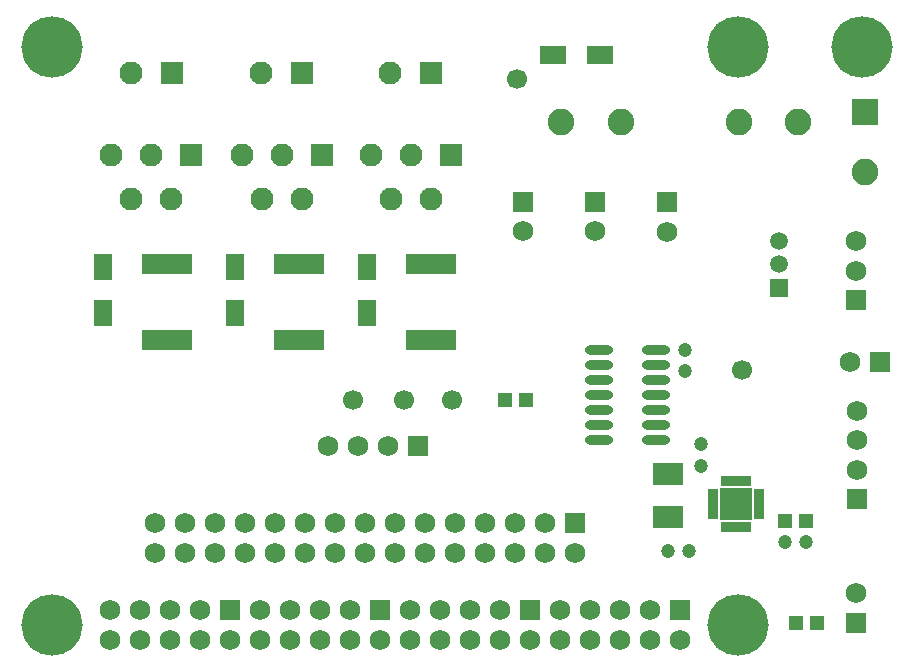
<source format=gts>
%FSLAX25Y25*%
%MOIN*%
G70*
G01*
G75*
G04 Layer_Color=8388736*
%ADD10C,0.00787*%
%ADD11C,0.01575*%
%ADD12C,0.02756*%
%ADD13C,0.03150*%
%ADD14C,0.01969*%
%ADD15C,0.01181*%
%ADD16C,0.03937*%
%ADD17C,0.02362*%
%ADD18C,0.05906*%
%ADD19R,0.03937X0.03937*%
%ADD20O,0.08661X0.02362*%
%ADD21C,0.03937*%
%ADD22R,0.09449X0.06693*%
%ADD23R,0.15748X0.06299*%
%ADD24R,0.07874X0.05512*%
%ADD25R,0.05512X0.07874*%
%ADD26R,0.01181X0.02874*%
%ADD27R,0.02874X0.01181*%
%ADD28R,0.09843X0.09843*%
%ADD29C,0.05906*%
%ADD30R,0.05118X0.05118*%
%ADD31C,0.05118*%
%ADD32R,0.06890X0.06890*%
%ADD33C,0.06890*%
%ADD34C,0.06102*%
%ADD35R,0.06102X0.06102*%
%ADD36R,0.06102X0.06102*%
%ADD37R,0.06102X0.06000*%
%ADD38C,0.19685*%
%ADD39R,0.08071X0.08071*%
%ADD40C,0.08071*%
%ADD41C,0.02756*%
%ADD42C,0.02362*%
%ADD43R,0.10039X0.11614*%
%ADD44R,0.03937X0.03937*%
%ADD45R,0.08976X0.07480*%
%ADD46R,0.02362X0.05512*%
%ADD47R,0.08583X0.06378*%
%ADD48O,0.07008X0.02362*%
%ADD49R,0.07087X0.05906*%
%ADD50C,0.01000*%
%ADD51C,0.00984*%
%ADD52C,0.00591*%
%ADD53C,0.06693*%
%ADD54R,0.04724X0.04724*%
%ADD55O,0.09449X0.03150*%
%ADD56C,0.04724*%
%ADD57R,0.10236X0.07480*%
%ADD58R,0.16535X0.07087*%
%ADD59R,0.08661X0.06299*%
%ADD60R,0.06299X0.08661*%
%ADD61R,0.01969X0.03661*%
%ADD62R,0.03661X0.01969*%
%ADD63R,0.10630X0.10630*%
%ADD64R,0.05906X0.05906*%
%ADD65R,0.07677X0.07677*%
%ADD66C,0.07677*%
%ADD67R,0.06890X0.06890*%
%ADD68R,0.06890X0.06787*%
%ADD69C,0.20472*%
%ADD70R,0.08858X0.08858*%
%ADD71C,0.08858*%
D18*
X256000Y139126D02*
D03*
Y147000D02*
D03*
D32*
X135500Y78500D02*
D03*
X188000Y53000D02*
D03*
X72953Y23779D02*
D03*
X122953D02*
D03*
X222953D02*
D03*
X289500Y106500D02*
D03*
D33*
X105500Y78500D02*
D03*
X115500D02*
D03*
X125500D02*
D03*
X281500Y146843D02*
D03*
Y137000D02*
D03*
X98000Y53000D02*
D03*
Y43000D02*
D03*
X108000Y53000D02*
D03*
Y43000D02*
D03*
X118000Y53000D02*
D03*
Y43000D02*
D03*
X188000D02*
D03*
X178000D02*
D03*
X168000D02*
D03*
X148000D02*
D03*
X158000D02*
D03*
Y53000D02*
D03*
X148000D02*
D03*
X168000D02*
D03*
X178000D02*
D03*
X138000D02*
D03*
Y43000D02*
D03*
X128000D02*
D03*
Y53000D02*
D03*
X88000D02*
D03*
Y43000D02*
D03*
X78000D02*
D03*
Y53000D02*
D03*
X68000Y43000D02*
D03*
Y53000D02*
D03*
X58000Y43000D02*
D03*
Y53000D02*
D03*
X48000Y43000D02*
D03*
Y53000D02*
D03*
X32953Y13780D02*
D03*
Y23779D02*
D03*
X42953Y13780D02*
D03*
Y23779D02*
D03*
X52953Y13780D02*
D03*
Y23779D02*
D03*
X62953Y13780D02*
D03*
Y23779D02*
D03*
X72953Y13780D02*
D03*
X82953Y23779D02*
D03*
Y13780D02*
D03*
X92953Y23779D02*
D03*
Y13780D02*
D03*
X102953Y23779D02*
D03*
Y13780D02*
D03*
X112953Y23779D02*
D03*
Y13780D02*
D03*
X122953D02*
D03*
X132953Y23779D02*
D03*
Y13780D02*
D03*
X142953Y23779D02*
D03*
Y13780D02*
D03*
X152953D02*
D03*
Y23779D02*
D03*
X162953Y13780D02*
D03*
Y23779D02*
D03*
X172953Y13780D02*
D03*
X182953D02*
D03*
Y23779D02*
D03*
X192953Y13780D02*
D03*
Y23779D02*
D03*
X202953Y13780D02*
D03*
X212953D02*
D03*
X202953Y23779D02*
D03*
X212953D02*
D03*
X222953Y13780D02*
D03*
X281500Y29500D02*
D03*
X282000Y90342D02*
D03*
Y80500D02*
D03*
Y70657D02*
D03*
X218500Y150000D02*
D03*
X194500Y150157D02*
D03*
X170500D02*
D03*
X279500Y106500D02*
D03*
D53*
X168500Y201000D02*
D03*
X243500Y104000D02*
D03*
X114000Y94000D02*
D03*
X131000D02*
D03*
X147000D02*
D03*
D54*
X268543Y19500D02*
D03*
X261457D02*
D03*
X171543Y94000D02*
D03*
X164457D02*
D03*
X257957Y53500D02*
D03*
X265043D02*
D03*
D55*
X196051Y110500D02*
D03*
Y105500D02*
D03*
Y100500D02*
D03*
Y95500D02*
D03*
Y90500D02*
D03*
Y85500D02*
D03*
Y80500D02*
D03*
X214949Y110500D02*
D03*
Y105500D02*
D03*
Y100500D02*
D03*
Y95500D02*
D03*
Y90500D02*
D03*
Y85500D02*
D03*
Y80500D02*
D03*
D56*
X224500Y103457D02*
D03*
Y110543D02*
D03*
X257957Y46500D02*
D03*
X265043D02*
D03*
X226043Y43500D02*
D03*
X218957D02*
D03*
X230000Y79043D02*
D03*
Y71957D02*
D03*
D57*
X219000Y54716D02*
D03*
Y69283D02*
D03*
D58*
X140000Y113902D02*
D03*
Y139098D02*
D03*
X96000Y113902D02*
D03*
Y139098D02*
D03*
X52000Y113902D02*
D03*
Y139098D02*
D03*
D59*
X196236Y209000D02*
D03*
X180764D02*
D03*
D60*
X30500Y138236D02*
D03*
Y122764D02*
D03*
X74500Y138236D02*
D03*
Y122764D02*
D03*
X118500Y138236D02*
D03*
Y122764D02*
D03*
D61*
X245500Y66972D02*
D03*
X243531D02*
D03*
X241563D02*
D03*
X239595D02*
D03*
X237626D02*
D03*
Y51500D02*
D03*
X239595D02*
D03*
X241563D02*
D03*
X243531D02*
D03*
X245500D02*
D03*
D62*
X233827Y63173D02*
D03*
Y61205D02*
D03*
Y59236D02*
D03*
Y57268D02*
D03*
Y55299D02*
D03*
X249299D02*
D03*
Y57268D02*
D03*
Y59236D02*
D03*
Y61205D02*
D03*
Y63173D02*
D03*
D63*
X241563Y59236D02*
D03*
D64*
X256000Y131252D02*
D03*
D65*
X53583Y203000D02*
D03*
X60079Y175567D02*
D03*
X103579D02*
D03*
X146579D02*
D03*
X97083Y203031D02*
D03*
X140083D02*
D03*
D66*
X39803Y203000D02*
D03*
X33307Y175567D02*
D03*
X40000Y161000D02*
D03*
X46693Y175567D02*
D03*
X53386Y161000D02*
D03*
X76807Y175567D02*
D03*
X83500Y161000D02*
D03*
X90193Y175567D02*
D03*
X96886Y161000D02*
D03*
X119807Y175567D02*
D03*
X126500Y161000D02*
D03*
X133193Y175567D02*
D03*
X139886Y161000D02*
D03*
X83303Y203031D02*
D03*
X126303D02*
D03*
D67*
X281500Y127157D02*
D03*
Y19658D02*
D03*
X282000Y60815D02*
D03*
X218500Y159843D02*
D03*
X194500Y160000D02*
D03*
X170500D02*
D03*
D68*
X172953Y23779D02*
D03*
D69*
X13780Y18779D02*
D03*
Y211693D02*
D03*
X283465D02*
D03*
X242126Y18779D02*
D03*
Y211693D02*
D03*
D70*
X284500Y190000D02*
D03*
D71*
Y170000D02*
D03*
X262185Y186500D02*
D03*
X242500D02*
D03*
X183445D02*
D03*
X203130D02*
D03*
M02*

</source>
